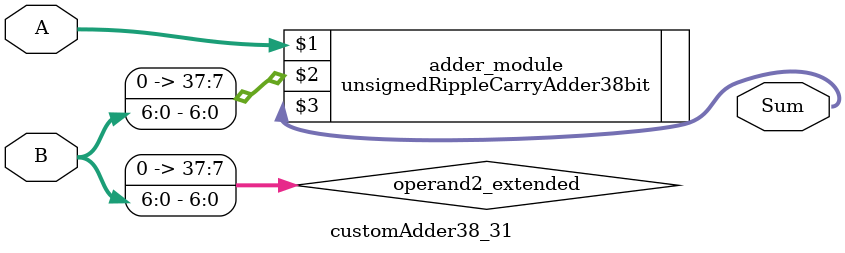
<source format=v>
module customAdder38_31(
                        input [37 : 0] A,
                        input [6 : 0] B,
                        
                        output [38 : 0] Sum
                );

        wire [37 : 0] operand2_extended;
        
        assign operand2_extended =  {31'b0, B};
        
        unsignedRippleCarryAdder38bit adder_module(
            A,
            operand2_extended,
            Sum
        );
        
        endmodule
        
</source>
